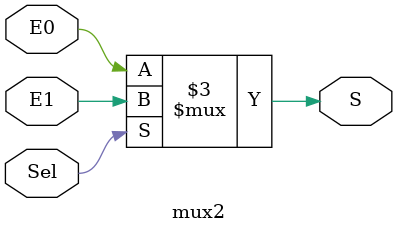
<source format=sv>
module mux2(input logic E0,
            input logic E1,
            input logic Sel,
            output logic S);
  always@(*)
    if (Sel) S <= E1;
    else S<= E0;
  
endmodule

</source>
